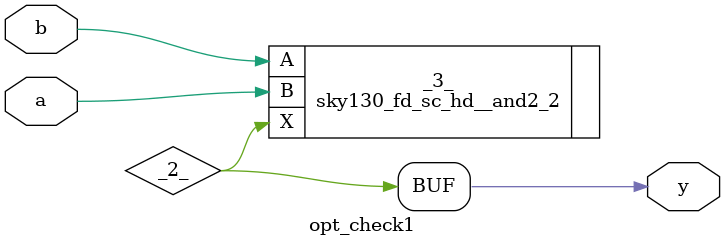
<source format=v>
/* Generated by Yosys 0.7 (git sha1 61f6811, gcc 6.2.0-11ubuntu1 -O2 -fdebug-prefix-map=/build/yosys-OIL3SR/yosys-0.7=. -fstack-protector-strong -fPIC -Os) */

module opt_check1(a, b, y);
  wire _0_;
  wire _1_;
  wire _2_;
  input a;
  input b;
  output y;
  sky130_fd_sc_hd__and2_2 _3_ (
    .A(_0_),
    .B(_1_),
    .X(_2_)
  );
  assign _0_ = b;
  assign _1_ = a;
  assign y = _2_;
endmodule

</source>
